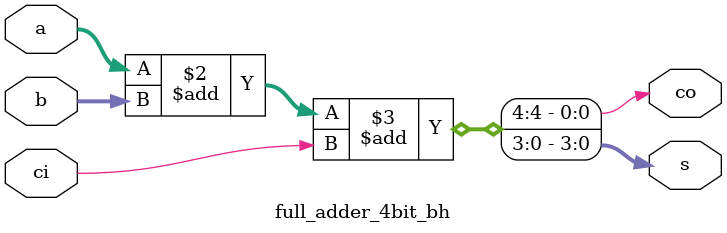
<source format=v>
/********************************************
    4 Bit Full ripple adder (Behavioural)
********************************************/

module full_adder_4bit_bh(
    s,co,a,b,ci
);

input [3:0]a,b;
input ci;
output reg [3:0]s;
output reg co;

always @(a,b,ci) begin
    {co,s} = a+b+ci;
end

endmodule
</source>
